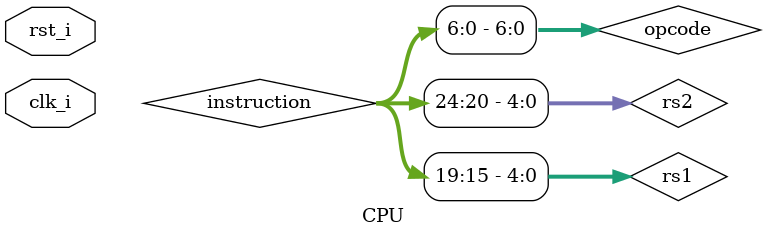
<source format=v>
module CPU
(
    clk_i, 
    rst_i
);

// Ports
input               clk_i;
input               rst_i;

wire [31:0] instruction;
wire [4:0] rs1, rs2;
wire [6:0] opcode;
wire ID_FlushIF;

assign rs1 = instruction[19:15];
assign rs2 = instruction[24:20];
assign opcode = instruction[6:0];
assign ID_FlushIF = (Control.Branch_o & (Registers.RS1data_o == Registers.RS2data_o)) ? 1'b1 : 1'b0;

MUX MUX1(
    .data0_i        (address.data_o),
    .data1_i        (Add.data_o),
    .signal_i       (ID_FlushIF)
);

PC PC(
    .rst_i          (rst_i),
    .clk_i          (clk_i),
    .PCWrite_i      (Hazard_Detection.PCWrite_o),
    .pc_i           (MUX1.MUX_o)
);

Instruction_Memory Instruction_Memory(
    .addr_i         (PC.pc_o)
);

Adder address(
    .data1_i        (PC.pc_o),
    .data2_i        (32'b100)
);

IF_ID IF_ID(
    .clk_i          (clk_i),
    .rst_i          (rst_i),
    .instruction_i  (Instruction_Memory.instr_o),
    .pc_i           (PC.pc_o),
    .flush_i        (ID_FlushIF),
    .stall_i        (Hazard_Detection.Stall_o),
    .instruction_o  (instruction)
);

Adder Add(
    .data1_i        (Immediate_Gen.Immediate_Gen_o << 32'b1),
    .data2_i        (IF_ID.pc_o)
);

Hazard_Detection Hazard_Detection(
    .MemRead_i      (ID_EX.MemRead_o),
    .rd_i           (ID_EX.rd_o),
    .rs1_i          (rs1),
    .rs2_i          (rs2)
);

Registers Registers(
    .rst_i          (rst_i),
    .clk_i          (clk_i),
    .RS1addr_i      (rs1),
    .RS2addr_i      (rs2),
    .RDaddr_i       (MEM_WB.rd_o),
    .RDdata_i       (MUX3.MUX_o),
    .RegWrite_i     (MEM_WB.RegWrite_o)
);

Control Control(
    .Opcode_i       (opcode),
    .NoOp_i         (Hazard_Detection.NoOp_o)
);

Immediate_Gen Immediate_Gen(
    .instr_i        (instruction)
);

ID_EX ID_EX(
    .clk_i              (clk_i),
    .rst_i              (rst_i),
    .RegWrite_i         (Control.RegWrite_o),
    .MemtoReg_i         (Control.MemtoReg_o),
    .MemRead_i          (Control.MemRead_o),
    .MemWrite_i         (Control.MemWrite_o),
    .ALUOp_i            (Control.ALUOp_o),
    .ALUSrc_i           (Control.ALUSrc_o),
    .Immediate_Gen_i    (Immediate_Gen.Immediate_Gen_o),
    .instr_i            (instruction),
    .data_1_i           (Registers.RS1data_o),
    .data_2_i           (Registers.RS2data_o)
);

MUX_Forward MUX11(
    .data00_i       (ID_EX.data1_o),
    .data01_i       (MUX3.MUX_o),
    .data10_i       (EX_MEM.ALU_result_o),
    .forward_i      (Forward_Unit.Forward_A_o)
);

MUX_Forward MUX22(
    .data00_i       (ID_EX.data2_o),
    .data01_i       (MUX3.MUX_o),
    .data10_i       (EX_MEM.ALU_result_o),
    .forward_i      (Forward_Unit.Forward_B_o)
);

MUX MUX2(
    .data0_i        (MUX22.MUX_Forward_o),
    .data1_i        (ID_EX.Immediate_Gen_o),
    .signal_i       (ID_EX.ALUSrc_o)
);

Forward_Unit Forward_Unit(
    .MEM_RegWrite_i (EX_MEM.RegWrite_o),
    .MEM_rd_i       (EX_MEM.rd_o),
    .WB_RegWrite_i  (MEM_WB.RegWrite_o),
    .WB_rd_i        (MEM_WB.rd_o),
    .EX_rs1_i       (ID_EX.ID_EX_rs1_o),
    .EX_rs2_i       (ID_EX.ID_EX_rs2_o)
);
  
ALU ALU(
    .data_1_i         (MUX11.MUX_Forward_o),
    .data_2_i         (MUX2.MUX_o),
    .ALU_Control_i        (ALU_Control.ALU_Control_o)
);

ALU_Control ALU_Control(
    .ID_EX_func7_i         (ID_EX.func7_o),
    .ID_EX_func3_i         (ID_EX.func3_o),
    .ALUOp_i         (ID_EX.ALUOp_o)
);

EX_MEM EX_MEM(
    .clk_i           (clk_i),
    .rst_i           (rst_i),
    .RegWrite_i      (ID_EX.RegWrite_o),
    .MemtoReg_i      (ID_EX.MemtoReg_o),
    .MemRead_i       (ID_EX.MemRead_o),
    .MemWrite_i      (ID_EX.MemWrite_o),
    .ALU_result_i    (ALU.ALU_o),
    .MUX_i           (MUX22.MUX_Forward_o),
    .rd_i            (ID_EX.rd_o)
);

Data_Memory Data_Memory(
    .clk_i           (clk_i),
    .addr_i          (EX_MEM.ALU_result_o),
    .MemRead_i       (EX_MEM.MemRead_o),
    .MemWrite_i      (EX_MEM.MemWrite_o),
    .data_i          (EX_MEM.MUX_o)
);

MEM_WB MEM_WB(
    .clk_i           (clk_i),
    .rst_i           (rst_i),
    .RegWrite_i      (EX_MEM.RegWrite_o),
    .MemtoReg_i      (EX_MEM.MemtoReg_o),
    .ALU_result_i    (EX_MEM.ALU_result_o),
    .ReadData_i      (Data_Memory.data_o),
    .rd_i            (EX_MEM.rd_o)
);

MUX MUX3(
    .data0_i         (MEM_WB.ALU_result_o),
    .data1_i         (MEM_WB.ReadData_o),
    .signal_i        (MEM_WB.MemtoReg_o)
);

endmodule
</source>
